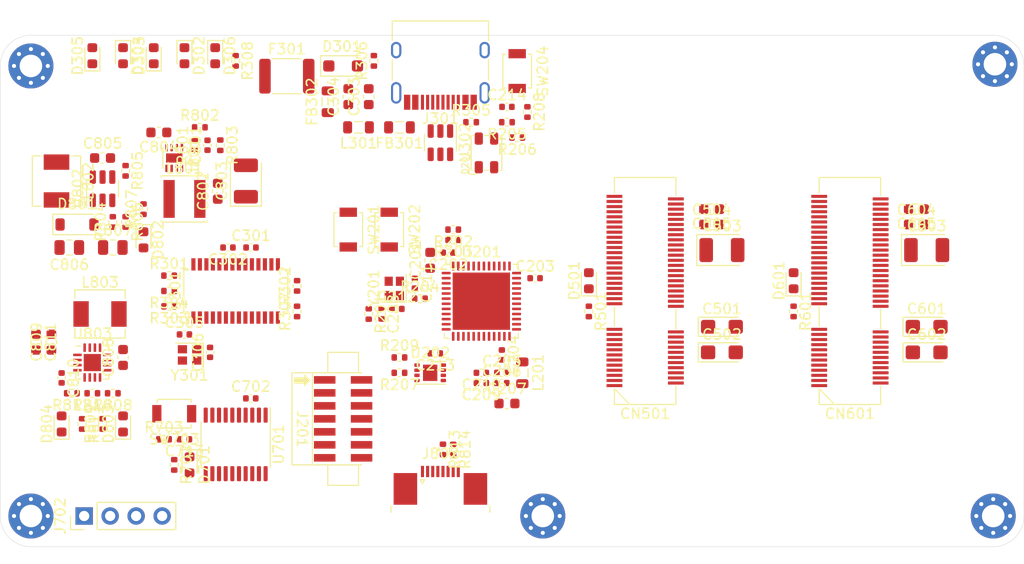
<source format=kicad_pcb>
(kicad_pcb (version 20221018) (generator pcbnew)
  (layers (0 "F.Cu" signal "Layer 1 Front Signals") (1 "In1.Cu" signal "Layer 2 Ground") (2 "In2.Cu" power "Layer 3 Power") (31 "B.Cu" signal "Layer 4 Back Signals") (34 "B.Paste" user) (35 "F.Paste" user) (36 "B.SilkS" user "B.Silkscreen") (37 "F.SilkS" user "F.Silkscreen") (38 "B.Mask" user) (39 "F.Mask" user) (44 "Edge.Cuts" user))
  (net 0 "")
  (net 1 "+3.3V")
  (net 2 "GND")
  (net 3 "/STM32G431CBU6/VDDA")
  (net 4 "/STM32G431CBU6/NRST")
  (net 5 "/STM32G431CBU6/VREF")
  (net 6 "/STM32G431CBU6/RCC_OSC_IN")
  (net 7 "Net-(C212-Pad2)")
  (net 8 "Net-(U201-PB14)")
  (net 9 "+5V")
  (net 10 "/USB Connector/FE1.1_3.3V")
  (net 11 "Net-(C303-Pad1)")
  (net 12 "Net-(C304-Pad1)")
  (net 13 "Net-(U301-XOUT)")
  (net 14 "Net-(U301-XIN)")
  (net 15 "+15V")
  (net 16 "+5VA")
  (net 17 "-5VA")
  (net 18 "Net-(U701-NRST)")
  (net 19 "/DAPLink CH32V203/LED_SWD")
  (net 20 "/DAPLink CH32V203/TX1")
  (net 21 "/DAPLink CH32V203/RX1")
  (net 22 "/DAPLink CH32V203/SWD_RST")
  (net 23 "/Power Supply/FB")
  (net 24 "Net-(U803-VAUX)")
  (net 25 "/Sub-Board Connector 1/USB_DP")
  (net 26 "/Sub-Board Connector 1/USB_DN")
  (net 27 "/Sub-Board Connector 1/CARD_DETECT1")
  (net 28 "/STM32G431CBU6/CARD_DETECT_0")
  (net 29 "/STM32G431CBU6/SAI-A-SCK")
  (net 30 "/STM32G431CBU6/SAI-A-FS")
  (net 31 "/STM32G431CBU6/SAI-A-SD")
  (net 32 "/Sub-Board Connector 1/I2S_SD_OUT")
  (net 33 "/STM32G431CBU6/SAI-A-MCLK")
  (net 34 "/STM32G431CBU6/SAI-A-GPIO0")
  (net 35 "/STM32G431CBU6/SAI-A-GPIO1")
  (net 36 "/STM32G431CBU6/I2C1_SDA")
  (net 37 "/STM32G431CBU6/I2C1_SCL")
  (net 38 "/Sub-Board Connector 2/USB_DP")
  (net 39 "/Sub-Board Connector 2/USB_DN")
  (net 40 "/Sub-Board Connector 2/CARD_DETECT1")
  (net 41 "/STM32G431CBU6/CARD_DETECT_1")
  (net 42 "/STM32G431CBU6/SAI-B-SCK")
  (net 43 "/STM32G431CBU6/SAI-B-FS")
  (net 44 "/STM32G431CBU6/SAI-B-SD")
  (net 45 "/Sub-Board Connector 2/I2S_SD_OUT")
  (net 46 "/STM32G431CBU6/SAI-B-MCLK")
  (net 47 "/STM32G431CBU6/SAI-B-GPIO0")
  (net 48 "/STM32G431CBU6/SAI-B-GPIO1")
  (net 49 "/STM32G431CBU6/USER_LED_G")
  (net 50 "Net-(D201-K1)")
  (net 51 "/STM32G431CBU6/USER_LED_R")
  (net 52 "Net-(D201-K2)")
  (net 53 "/USB Connector/VBUS")
  (net 54 "Net-(D302-K)")
  (net 55 "Net-(D302-A)")
  (net 56 "Net-(D304-K)")
  (net 57 "Net-(D306-K)")
  (net 58 "Net-(D501-K)")
  (net 59 "Net-(D601-K)")
  (net 60 "Net-(D701-K)")
  (net 61 "/DAPLink CH32V203/USB_DN")
  (net 62 "Net-(D801-A)")
  (net 63 "Net-(D802-K)")
  (net 64 "Net-(D803-K)")
  (net 65 "Net-(D804-K)")
  (net 66 "/USB Connector/VBUS_{C}")
  (net 69 "/STM32G431CBU6/SWDIO")
  (net 70 "/STM32G431CBU6/SWCLK")
  (net 75 "/STM32G431CBU6/USART1_RX")
  (net 76 "/STM32G431CBU6/USART1_TX")
  (net 77 "Net-(J301-CC1)")
  (net 78 "/USB Connector/USBc_DP")
  (net 79 "/USB Connector/USBc_DN")
  (net 81 "Net-(J301-CC2)")
  (net 84 "/DAPLink CH32V203/USB_DP")
  (net 92 "/Power Supply/LX")
  (net 93 "Net-(L803-Pad1)")
  (net 94 "Net-(L803-Pad2)")
  (net 95 "/STM32G431CBU6/RCC_OSC_OUT")
  (net 96 "Net-(U301-OVCJ)")
  (net 97 "Net-(U301-~{XRSTJ})")
  (net 98 "Net-(U301-LED1{slash}EESCL)")
  (net 99 "Net-(U301-LED2)")
  (net 100 "Net-(U301-REXT)")
  (net 101 "/STM32G431CBU6/SPI_NSS")
  (net 102 "/Power Supply/3VEN")
  (net 103 "Net-(U802-FB)")
  (net 104 "Net-(U802-EN)")
  (net 105 "Net-(U803-FB)")
  (net 106 "Net-(U803-FBG)")
  (net 108 "/STM32G431CBU6/USB_DN")
  (net 109 "/STM32G431CBU6/USB_DP")
  (net 113 "/USB Connector/USB_DN")
  (net 114 "/USB Connector/USB_DP")
  (net 118 "Net-(J802-Pin_5)")
  (net 119 "Net-(J802-Pin_7)")
  (net 120 "/STM32G431CBU6/SPI_MISO")
  (net 121 "/HMI Sub-board Connector/Host_TX")
  (net 122 "/HMI Sub-board Connector/Host_RX")
  (net 129 "/STM32G431CBU6/SPI_SCK")
  (net 130 "/STM32G431CBU6/SPI_MOSI")
  (footprint "Capacitor_SMD:C_0805_2012Metric" (layer "F.Cu") (at 100.75 100.75 180)
    (fp_text reference "C806")
    (fp_text value "10uF")
  )
  (footprint "Resistor_SMD:R_0402_1005Metric" (layer "F.Cu") (at 133 113 180)
    (fp_text reference "R207")
    (fp_text value "100k")
  )
  (footprint "Resistor_SMD:R_0402_1005Metric" (layer "F.Cu") (at 115.5 90.75 -90)
    (fp_text reference "R803")
    (fp_text value "22.1k")
  )
  (footprint "Resistor_SMD:R_0402_1005Metric" (layer "F.Cu") (at 108 97 90)
    (fp_text reference "R807")
    (fp_text value "10k")
  )
  (footprint "LED_SMD:LED_0603_1608Metric" (layer "F.Cu") (at 112 82 -90)
    (fp_text reference "D302")
    (fp_text value "GREEN")
  )
  (footprint "LED_SMD:LED_0603_1608Metric" (layer "F.Cu") (at 115 82 -90)
    (fp_text reference "D306")
    (fp_text value "RED")
  )
  (footprint "Resistor_SMD:R_0402_1005Metric" (layer "F.Cu") (at 105 115 180)
    (fp_text reference "R808")
    (fp_text value "365k")
  )
  (footprint "Resistor_SMD:R_0402_1005Metric" (layer "F.Cu") (at 144.5 90 180)
    (fp_text reference "R206")
    (fp_text value "2k")
  )
  (footprint "Capacitor_SMD:C_0402_1005Metric" (layer "F.Cu") (at 136.5 111.1 180)
    (fp_text reference "C213")
    (fp_text value "100nF")
  )
  (footprint "Capacitor_SMD:C_0603_1608Metric" (layer "F.Cu") (at 106 111.5 90)
    (fp_text reference "C808")
    (fp_text value "4.7uF")
  )
  (footprint "Button_Switch_SMD:SW_SPST_B3U-1000P-B" (layer "F.Cu") (at 144.5 83.5 -90)
    (fp_text reference "SW204")
    (fp_text value "SW_Push")
  )
  (footprint "Inductor_SMD:L_Sunlord_SWPA4020S" (layer "F.Cu") (at 112 96)
    (fp_text reference "L801")
    (fp_text value "1uH")
  )
  (footprint "Capacitor_Tantalum_SMD:CP_EIA-3528-21_Kemet-B" (layer "F.Cu") (at 118 94.25 90)
    (fp_text reference "C803")
    (fp_text value "10uF")
  )
  (footprint "Capacitor_SMD:C_0402_1005Metric" (layer "F.Cu") (at 141 113 180)
    (fp_text reference "C210")
    (fp_text value "100nF")
  )
  (footprint "Resistor_SMD:R_0402_1005Metric" (layer "F.Cu") (at 104 118 90)
    (fp_text reference "R809")
    (fp_text value "2.7k")
  )
  (footprint "Resistor_SMD:R_0402_1005Metric" (layer "F.Cu") (at 135 105.75)
    (fp_text reference "R204")
    (fp_text value "1k")
  )
  (footprint "Diode_SMD:D_SOD-123" (layer "F.Cu") (at 101.5 98.5)
    (fp_text reference "D801")
    (fp_text value "3A/40V")
  )
  (footprint "Resistor_SMD:R_0402_1005Metric" (layer "F.Cu") (at 113 90.75 90)
    (fp_text reference "R801")
    (fp_text value "100k")
  )
  (footprint "LED_SMD:LED_0603_1608Metric" (layer "F.Cu") (at 109 82 90)
    (fp_text reference "D303")
    (fp_text value "GREEN")
  )
  (footprint "Resistor_SMD:R_0402_1005Metric" (layer "F.Cu") (at 113.5 89)
    (fp_text reference "R802")
    (fp_text value "100k")
  )
  (footprint "Resistor_SMD:R_0402_1005Metric" (layer "F.Cu") (at 143.5 88.5 180)
    (fp_text reference "R205")
    (fp_text value "2k")
  )
  (footprint "Capacitor_SMD:C_0402_1005Metric" (layer "F.Cu") (at 137.75 101.25 180)
    (fp_text reference "C202")
    (fp_text value "100nF")
  )
  (footprint "Capacitor_Tantalum_SMD:CP_EIA-3216-18_Kemet-A" (layer "F.Cu") (at 164.5 111)
    (fp_text reference "C502")
    (fp_text value "10uF")
  )
  (footprint "Connector_FFC-FPC:TE_0-1734839-8_1x08-1MP_P0.5mm_Horizontal" (layer "F.Cu") (at 137 124)
    (fp_text reference "J802")
    (fp_text value "Conn_01x08")
  )
  (footprint "Crystal:Crystal_SMD_2016-4Pin_2.0x1.6mm" (layer "F.Cu") (at 112.5 111.25 180)
    (fp_text reference "Y301")
    (fp_text value "12MHz")
  )
  (footprint "Resistor_SMD:R_0402_1005Metric" (layer "F.Cu") (at 138.25 99 180)
    (fp_text reference "R202")
    (fp_text value "3.3k")
  )
  (footprint "Package_DFN_QFN:DFN-8-1EP_2x2mm_P0.5mm_EP0.9x1.6mm" (layer "F.Cu") (at 111 92 -90)
    (fp_text reference "U801")
    (fp_text value "SY8883DFC")
  )
  (footprint "Capacitor_Tantalum_SMD:CP_EIA-3528-21_Kemet-B" (layer "F.Cu") (at 164.5 101)
    (fp_text reference "C503")
    (fp_text value "10uF")
  )
  (footprint "Package_SO:TSSOP-20_4.4x6.5mm_P0.65mm" (layer "F.Cu") (at 117 120 -90)
    (fp_text reference "U701")
    (fp_text value "CH32V203F8P6")
  )
  (footprint "Resistor_SMD:R_0402_1005Metric" (layer "F.Cu") (at 105 98.25 90)
    (fp_text reference "R804")
    (fp_text value "220k")
  )
  (footprint "LED_SMD:LED_0603_1608Metric" (layer "F.Cu") (at 151.5 104 90)
    (fp_text reference "D501")
    (fp_text value "LED")
  )
  (footprint "Resistor_SMD:R_0402_1005Metric" (layer "F.Cu") (at 123 107 90)
    (fp_text reference "R307")
    (fp_text value "2.7k")
  )
  (footprint "Resistor_SMD:R_0402_1005Metric" (layer "F.Cu") (at 110.5 103.5)
    (fp_text reference "R301")
    (fp_text value "10k")
  )
  (footprint "Resistor_SMD:R_0402_1005Metric" (layer "F.Cu") (at 111 122 -90)
    (fp_text reference "R702")
    (fp_text value "1k")
  )
  (footprint "Resistor_SMD:R_0402_1005Metric" (layer "F.Cu") (at 145.5 87.5 -90)
    (fp_text reference "R208")
    (fp_text value "10k")
  )
  (footprint "MyLibrary:APCI0143-P001A" (layer "F.Cu") (at 157 105 90)
    (fp_text reference "CN501")
    (fp_text value "Conn_02x38_Odd_Even")
  )
  (footprint "Capacitor_SMD:C_0402_1005Metric" (layer "F.Cu") (at 114.5 111 90)
    (fp_text reference "C306")
    (fp_text value "12pF")
  )
  (footprint "Capacitor_SMD:C_0603_1608Metric" (layer "F.Cu") (at 99 110 90)
    (fp_text reference "C809")
    (fp_text value "10uF")
  )
  (footprint "Capacitor_SMD:C_0402_1005Metric" (layer "F.Cu") (at 116.25 100.75 180)
    (fp_text reference "C302")
    (fp_text value "100nF")
  )
  (footprint "Capacitor_SMD:C_0402_1005Metric" (layer "F.Cu") (at 112 109.25)
    (fp_text reference "C305")
    (fp_text value "12pF")
  )
  (footprint "LED_SMD:LED_0603_1608Metric" (layer "F.Cu") (at 171.5 104 90)
    (fp_text reference "D601")
    (fp_text value "LED")
  )
  (footprint "LED_SMD:LED_0603_1608Metric" (layer "F.Cu") (at 108 100 -90)
    (fp_text reference "D802")
    (fp_text value "LED")
  )
  (footprint "Capacitor_SMD:C_0402_1005Metric" (layer "F.Cu") (at 131.25 107.25 -90)
    (fp_text reference "C208")
    (fp_text value "100nF")
  )
  (footprint "Package_SON:SON-8-1EP_3x2mm_P0.5mm_EP1.4x1.6mm" (layer "F.Cu") (at 136 113)
    (fp_text reference "U202")
    (fp_text value "W25Q16")
  )
  (footprint "Capacitor_SMD:C_0603_1608Metric" (layer "F.Cu") (at 97.5 110 -90)
    (fp_text reference "C811")
    (fp_text value "4.7uF")
  )
  (footprint "Crystal:Crystal_SMD_2016-4Pin_2.0x1.6mm" (layer "F.Cu") (at 132.5 104.75 90)
    (fp_text reference "Y201")
    (fp_text value "8MHz")
  )
  (footprint "Capacitor_SMD:C_0402_1005Metric" (layer "F.Cu") (at 114.25 90.75 90)
    (fp_text reference "C801")
    (fp_text value "10pF")
  )
  (footprint "Resistor_SMD:R_0402_1005Metric" (layer "F.Cu") (at 138.25 120.5 -90)
    (fp_text reference "R814")
    (fp_text value "100R")
  )
  (footprint "Capacitor_SMD:C_0603_1608Metric" (layer "F.Cu") (at 136 102 90)
    (fp_text reference "C201")
    (fp_text value "4.7uF")
  )
  (footprint "Inductor_SMD:L_0805_2012Metric" (layer "F.Cu") (at 126 86.5 90)
    (fp_text reference "FB302")
    (fp_text value "100R")
  )
  (footprint "Resistor_SMD:R_0402_1005Metric" (layer "F.Cu") (at 101 115 180)
    (fp_text reference "R812")
    (fp_text value "487k")
  )
  (footprint "Inductor_SMD:L_Sunlord_MWSA0412S" (layer "F.Cu") (at 103.75 107.25)
    (fp_text reference "L803")
    (fp_text value "2.2uH")
  )
  (footprint "Capacitor_SMD:C_0603_1608Metric" (layer "F.Cu") (at 183.5 98.5)
    (fp_text reference "C604")
    (fp_text value "10uF")
  )
  (footprint "Capacitor_SMD:C_0402_1005Metric" (layer "F.Cu") (at 100 113.5 -90)
    (fp_text reference "C810")
    (fp_text value "100nF")
  )
  (footprint "Capacitor_SMD:C_0603_1608Metric" (layer "F.Cu") (at 163.5 98.5)
    (fp_text reference "C504")
    (fp_text value "10uF")
  )
  (footprint "Inductor_SMD:L_0805_2012Metric" (layer "F.Cu") (at 133 89 180)
    (fp_text reference "FB301")
    (fp_text value "100R")
  )
  (footprint "Resistor_SMD:R_0402_1005Metric" (layer "F.Cu") (at 137.25 120.49 -90)
    (fp_text reference "R813")
    (fp_text value "100R")
  )
  (footprint "Capacitor_SMD:C_0603_1608Metric" (layer "F.Cu") (at 143.5 116)
    (fp_text reference "C207")
    (fp_text value "4.7uF")
  )
  (footprint "Capacitor_SMD:C_0603_1608Metric" (layer "F.Cu") (at 104 92)
    (fp_text reference "C805")
    (fp_text value "10uF")
  )
  (footprint "Fuse:Fuse_1812_4532Metric" (layer "F.Cu") (at 122 84)
    (fp_text reference "F301")
    (fp_text value "2A")
  )
  (footprint "Capacitor_SMD:C_0603_1608Metric" (layer "F.Cu") (at 130 86 90)
    (fp_text reference "C303")
    (fp_text value "4.7uF")
  )
  (footprint "Resistor_SMD:R_0402_1005Metric" (layer "F.Cu") (at 133 111.5)
    (fp_text reference "R209")
    (fp_text value "100k")
  )
  (footprint "Capacitor_SMD:C_0603_1608Metric" (layer "F.Cu") (at 128 86 90)
    (fp_text reference "C304")
    (fp_text value "4.7uF")
  )
  (footprint "Resistor_SMD:R_0402_1005Metric" (layer "F.Cu") (at 130.5 82.5 90)
    (fp_text reference "R306")
    (fp_text value "5.1k")
  )
  (footprint "MyLibrary:LED_Dual_3528" (layer "F.Cu") (at 141.5 91.5 90)
    (fp_text reference "D201")
    (fp_text value "LED_Dual_KAKA")
  )
  (footprint "Button_Switch_SMD:SW_SPST_B3U-1000P-B" (layer "F.Cu") (at 128 99 -90)
    (fp_text reference "SW201")
    (fp_text value "SW_Push")
  )
  (footprint "Capacitor_SMD:C_0402_1005Metric" (layer "F.Cu") (at 118.48 115.5)
    (fp_text reference "C702")
    (fp_text value "100nF")
  )
  (footprint "Resistor_SMD:R_0402_1005Metric" (layer "F.Cu") (at 110.5 105 180)
    (fp_text reference "R304")
    (fp_text value "1k")
  )
  (footprint "Inductor_SMD:L_0805_2012Metric" (layer "F.Cu") (at 129 89 180)
    (fp_text reference "L301")
    (fp_text value "1.2uH")
  )
  (footprint "Inductor_SMD:L_0805_2012Metric" (layer "F.Cu") (at 145 113 -90)
    (fp_text reference "L201")
    (fp_text value "5R")
  )
  (footprint "Resistor_SMD:R_0402_1005Metric" (layer "F.Cu") (at 103 115 180)
    (fp_text reference "R810")
    (fp_text value "120k")
  )
  (footprint "Capacitor_SMD:C_0603_1608Metric" (layer "F.Cu") (at 115.25 95.25 90)
    (fp_text reference "C802")
    (fp_text value "4.7uF")
  )
  (footprint "Capacitor_SMD:C_0402_1005Metric" (layer "F.Cu") (at 146.25 103.75)
    (fp_text reference "C203")
    (fp_text value "100nF")
  )
  (footprint "Capacitor_SMD:C_0603_1608Metric" (layer "F.Cu") (at 109.5 89.5 180)
    (fp_text reference "C804")
    (fp_text value "10uF")
  )
  (footprint "MountingHole:MountingHole_2.2mm_M2_Pad_Via" (layer "F.Cu") (at 147 127)
    (fp_text reference "H105" hide)
    (fp_text value "MountingHole_Pad" hide)
  )
  (footprint "Resistor_SMD:R_0402_1005Metric" (layer "F.Cu") (at 151.5 107 -90)
    (fp_text reference "R501")
    (fp_text value "2.7k")
  )
  (footprint "MountingHole:MountingHole_2.2mm_M2_Pad_Via" (layer "F.Cu") (at 191.166726 82.833274)
    (fp_text reference "H104" hide)
    (fp_text value "MountingHole_Pad" hide)
  )
  (footprint "Resistor_SMD:R_0402_1005Metric" (layer "F.Cu") (at 140 88.5)
    (fp_text reference "R305")
    (fp_text value "5.1k")
  )
  (footprint "Button_Switch_SMD:SW_SPST_B3U-1000P-B" (layer "F.Cu") (at 111 117 180)
    (fp_text reference "SW703")
    (fp_text value "SW_Push")
  )
  (footprint "Capacitor_SMD:C_0402_1005Metric" (layer "F.Cu") (at 143 114)
    (fp_text reference "C206")
    (fp_text value "100nF")
  )
  (footprint "Resistor_SMD:R_0402_1005Metric" (layer "F.Cu") (at 123 104.5 90)
    (fp_text reference "R302")
    (fp_text value "10k")
  )
  (footprint "Capacitor_SMD:C_0402_1005Metric" (layer "F.Cu") (at 143 113)
    (fp_text reference "C205")
    (fp_text value "1nF")
  )
  (footprint "Resistor_SMD:R_0402_1005Metric" (layer "F.Cu") (at 117 82.5 -90)
    (fp_text reference "R308")
    (fp_text value "1k")
  )
  (footprint "LED_SMD:LED_0603_1608Metric" (layer "F.Cu") (at 106 118 90)
    (fp_text reference "D803")
    (fp_text value "LED")
  )
  (footprint "MyLibrary:APCI0143-P001A" (layer "F.Cu") (at 177 105 90)
    (fp_text reference "CN601")
    (fp_text value "Conn_02x38_Odd_Even")
  )
  (footprint "Inductor_SMD:L_Sunlord_MWSA0412S" (layer "F.Cu") (at 99.5 94.25 -90)
    (fp_text reference "L802")
    (fp_text value "10uH")
  )
  (footprint "Package_TO_SOT_SMD:SOT-23-6" (layer "F.Cu") (at 137 90.5 -90)
    (fp_text reference "U302")
    (fp_text value "USBLC6-2SC6")
  )
  (footprint "MountingHole:MountingHole_2.2mm_M2_Pad_Via" (layer "F.Cu") (at 97 83)
    (fp_text reference "H101" hide)
    (fp_text value "MountingHole_Pad" hide)
  )
  (footprint "Resistor_SMD:R_0402_1005Metric" (layer "F.Cu") (at 106.25 98.25 -90)
    (fp_text reference "R806")
    (fp_text value "9.1k")
  )
  (footprint "LED_SMD:LED_0603_1608Metric" (layer "F.Cu") (at 112.5 122 -90)
    (fp_text reference "D701")
    (fp_text value "LED")
  )
  (footprint "Package_TO_SOT_SMD:SOT-23-6" (layer "F.Cu") (at 104 95 90)
    (fp_text reference "U802")
    (fp_text value "SY7208")
  )
  (footprint "Resistor_SMD:R_0402_1005Metric" (layer "F.Cu") (at 171.5 107 -90)
    (fp_text reference "R601")
    (fp_text value "2.7k")
  )
  (footprint "Capacitor_SMD:C_0402_1005Metric" (layer "F.Cu") (at 141 114 180)
    (fp_text reference "C209")
    (fp_text value "1uF")
  )
  (footprint "Capacitor_SMD:C_0402_1005Metric" (layer "F.Cu") (at 112 119.5 180)
    (fp_text reference "C713")
    (fp_text value "10nF")
  )
  (footprint "Capacitor_SMD:C_0402_1005Metric" (layer "F.Cu") (at 143.5 87)
    (fp_text reference "C214")
    (fp_text value "100nF")
  )
  (footprint "LED_SMD:LED_0603_1608Metric" (layer "F.Cu") (at 100 118 90)
    (fp_text reference "D804")
    (fp_text value "LED")
  )
  (footprint "Capacitor_Tantalum_SMD:CP_EIA-3528-21_Kemet-B" (layer "F.Cu") (at 184.5 101)
    (fp_text reference "C603")
    (fp_text value "10uF")
  )
  (footprint "Capacitor_Tantalum_SMD:CP_EIA-3216-18_Kemet-A" (layer "F.Cu") (at 184.5 111)
    (fp_text reference "C602")
    (fp_text value "10uF")
  )
  (footprint "Capacitor_Tantalum_SMD:CP_EIA-3216-18_Kemet-A" (layer "F.Cu") (at 184.5 108.5)
    (fp_text reference "C601")
    (fp_text value "10uF")
  )
  (footprint "Resistor_SMD:R_0402_1005Metric" (layer "F.Cu") (at 130 107.25 -90)
    (fp_text reference "R201")
    (fp_text value "0R")
  )
  (footprint "MyLibrary:USB_C_Receptacle_HRO_TYPE-C-31-M-12" (layer "F.Cu") (at 137 82.5 180)
    (fp_text reference "J301")
    (fp_text value "USB_C_Receptacle_USB2.0")
  )
  (footprint "Package_DFN_QFN:WQFN-16-1EP_3x3mm_P0.5mm_EP1.68x1.68mm" (layer "F.Cu") (at 103 112)
    (fp_text reference "U803")
    (fp_text value "TPS65135")
  )
  (footprint "LED_SMD:LED_0603_1608Metric" (layer "F.Cu") (at 103 82 90)
    (fp_text reference "D305")
    (fp_text value "GREEN")
  )
  (footprint "MountingHole:MountingHole_2.2mm_M2_Pad_Via" (layer "F.Cu") (at 97 127)
    (fp_text reference "H102" hide)
    (fp_text value "MountingHole_Pad" hide)
  )
  (footprint "Capacitor_Tantalum_SMD:CP_EIA-3216-18_Kemet-A" (layer "F.Cu") (at 164.5 108.5)
    (fp_text reference "C501")
    (fp_text value "10uF")
  )
  (footprint "Resistor_SMD:R_0402_1005Metric" (layer "F.Cu") (at 106.25 93.25 -90)
    (fp_text reference "R805")
    (fp_text value "100k")
  )
  (footprint "Package_SO:SSOP-28_3.9x9.9mm_P0.635mm" (layer "F.Cu") (at 117 105 90)
    (fp_text reference "U301")
    (fp_text value "FE1.1s")
  )
  (footprint "LED_SMD:LED_0603_1608Metric" (layer "F.Cu") (at 106 82 -90)
    (fp_text reference "D304")
    (fp_text value "GREEN")
  )
  (footprint "Capacitor_SMD:C_0402_1005Metric" (layer "F.Cu") (at 143 111.25 -90)
    (fp_text reference "C204")
    (fp_text value "100nF")
  )
  (footprint "Resistor_SMD:R_0402_1005Metric" (layer "F.Cu") (at 138.25 100 180)
    (fp_text reference "R203")
    (fp_text value "3.3k")
  )
  (footprint "MyLibrary:STDC14_2x07_P1.27mm_Vertical_SMD" (layer "F.Cu") (at 127.5 117.5)
    (fp_text reference "J201")
    (fp_text value "Conn_ST_STDC14" hide)
  )
  (footprint "Capacitor_SMD:C_0402_1005Metric" (layer "F.Cu") (at 118.5 100.75)
    (fp_text reference "C301")
    (fp_text value "100nF")
  )
  (footprint "Resistor_SMD:R_0402_1005Metric" (layer "F.Cu") (at 110.5 106.5 180)
    (fp_text reference "R303")
    (fp_text value "1k")
  )
  (footprint "Capacitor_SMD:C_0805_2012Metric" (layer "F.Cu") (at 105 100.75)
    (fp_text reference "C807")
    (fp_text value "10uF")
  )
  (footprint "Resistor_SMD:R_0402_1005Metric" (layer "F.Cu") (at 102 118 -90)
    (fp_text reference "R811")
    (fp_text value "2.7k")
  )
  (footprint "Capacitor_SMD:C_0402_1005Metric" (layer "F.Cu") (at 132.75 106.75)
    (fp_text reference "C212")
    (fp_text value "12pF")
  )
  (footprint "Resistor_SMD:R_0402_1005Metric" (layer "F.Cu") (at 110 119.5)
    (fp_text reference "R703")
    (fp_text value "10k")
  )
  (footprint "Capacitor_SMD:C_0603_1608Metric" (layer "F.Cu") (at 183.5 97 180)
    (fp_text reference "C605")
    (fp_text value "10uF")
  )
  (footprint "MountingHole:MountingHole_2.2mm_M2_Pad_Via" (layer "F.Cu") (at 191 127)
    (fp_text reference "H103" hide)
    (fp_text value "MountingHole_Pad" hide)
  )
  (footprint "Capacitor_SMD:C_0603_1608Metric" (layer "F.Cu") (at 163.5 97 180)
    (fp_text reference "C505")
    (fp_text value "10uF")
  )
  (footprint "Capacitor_SMD:C_0402_1005Metric" (layer "F.Cu") (at 134.5 104.25 -90)
    (fp_text reference "C211")
    (fp_text value "12pF")
  )
  (footprint "Button_Switch_SMD:SW_SPST_B3U-1000P-B" (layer "F.Cu") (at 132 99 -90)
    (fp_text reference "SW202")
    (fp_text value "SW_Push")
  )
  (footprint "Package_DFN_QFN:QFN-48-1EP_7x7mm_P0.5mm_EP5.6x5.6mm" (layer "F.Cu") (at 141 106)
    (fp_text reference "U201")
    (fp_text value "STM32G431CBUx")
  )
  (footprint "Connector_PinHeader_2.54mm:PinHeader_1x04_P2.54mm_Vertical" (layer "F.Cu") (at 102.2 127 90)
    (fp_text reference "J702")
    (fp_text value "Conn_01x04")
  )
  (footprint "Diode_SMD:D_SOD-123F" (layer "F.Cu") (at 127.5 83)
    (fp_text reference "D301")
    (fp_text value "20V")
  )
  (gr_arc (start 194 127) (mid 193.12132 129.12132) (end 191 130) (stroke (width 0.0381)) (layer "Edge.Cuts"))
  (gr_arc (start 191 80) (mid 193.12132 80.87868) (end 194 83) (stroke (width 0.0381)) (layer "Edge.Cuts"))
  (gr_arc (start 94 83) (mid 94.87868 80.87868) (end 97 80) (stroke (width 0.0381)) (layer "Edge.Cuts"))
  (gr_line (start 191 130) (end 97 130) (stroke (width 0.0381)) (layer "Edge.Cuts"))
  (gr_line (start 194 83) (end 194 127) (stroke (width 0.0381)) (layer "Edge.Cuts"))
  (gr_arc (start 97 130) (mid 94.87868 129.12132) (end 94 127) (stroke (width 0.0381)) (layer "Edge.Cuts"))
  (gr_line (start 97 80) (end 191 80) (stroke (width 0.0381)) (layer "Edge.Cuts"))
  (gr_line (start 94 127) (end 94 83) (stroke (width 0.0381)) (layer "Edge.Cuts"))
)
</source>
